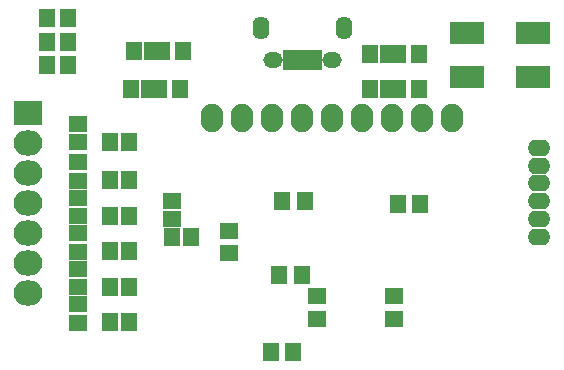
<source format=gbr>
G04 #@! TF.GenerationSoftware,KiCad,Pcbnew,(5.0.0)*
G04 #@! TF.CreationDate,2019-03-01T17:45:54+09:00*
G04 #@! TF.ProjectId,Lipo_Alarm,4C69706F5F416C61726D2E6B69636164,rev?*
G04 #@! TF.SameCoordinates,Original*
G04 #@! TF.FileFunction,Soldermask,Bot*
G04 #@! TF.FilePolarity,Negative*
%FSLAX46Y46*%
G04 Gerber Fmt 4.6, Leading zero omitted, Abs format (unit mm)*
G04 Created by KiCad (PCBNEW (5.0.0)) date 03/01/19 17:45:54*
%MOMM*%
%LPD*%
G01*
G04 APERTURE LIST*
%ADD10R,1.400000X1.600000*%
%ADD11R,1.600000X1.400000*%
%ADD12O,1.924000X1.400000*%
%ADD13R,3.000000X1.900000*%
%ADD14O,1.900000X2.400000*%
%ADD15O,2.432000X2.127200*%
%ADD16R,2.432000X2.127200*%
%ADD17O,1.400000X1.950000*%
%ADD18O,1.650000X1.350000*%
%ADD19R,0.800000X1.750000*%
G04 APERTURE END LIST*
D10*
G04 #@! TO.C,C2*
X134700000Y-102750000D03*
X132820000Y-102750000D03*
G04 #@! TD*
D11*
G04 #@! TO.C,C4*
X136750000Y-99950000D03*
X136750000Y-98070000D03*
G04 #@! TD*
G04 #@! TO.C,C5*
X143250000Y-98070000D03*
X143250000Y-99950000D03*
G04 #@! TD*
D10*
G04 #@! TO.C,C6*
X145450000Y-90250000D03*
X143570000Y-90250000D03*
G04 #@! TD*
G04 #@! TO.C,C8*
X135680000Y-90000000D03*
X133800000Y-90000000D03*
G04 #@! TD*
G04 #@! TO.C,C10*
X133550000Y-96250000D03*
X135430000Y-96250000D03*
G04 #@! TD*
G04 #@! TO.C,D8*
X145380000Y-80500000D03*
X143620000Y-80500000D03*
G04 #@! TD*
G04 #@! TO.C,D9*
X123370000Y-80500000D03*
X125130000Y-80500000D03*
G04 #@! TD*
G04 #@! TO.C,D10*
X125380000Y-77250000D03*
X123620000Y-77250000D03*
G04 #@! TD*
D12*
G04 #@! TO.C,P1*
X155500000Y-85500000D03*
X155500000Y-87000000D03*
X155500000Y-88500000D03*
X155500000Y-90000000D03*
X155500000Y-91500000D03*
X155500000Y-93000000D03*
G04 #@! TD*
D11*
G04 #@! TO.C,R3*
X116500000Y-83470000D03*
X116500000Y-85030000D03*
G04 #@! TD*
D10*
G04 #@! TO.C,R4*
X120780000Y-85000000D03*
X119220000Y-85000000D03*
G04 #@! TD*
D11*
G04 #@! TO.C,R7*
X116500000Y-86720000D03*
X116500000Y-88280000D03*
G04 #@! TD*
D10*
G04 #@! TO.C,R8*
X120780000Y-88250000D03*
X119220000Y-88250000D03*
G04 #@! TD*
D11*
G04 #@! TO.C,R10*
X116500000Y-91280000D03*
X116500000Y-89720000D03*
G04 #@! TD*
D10*
G04 #@! TO.C,R11*
X119220000Y-91250000D03*
X120780000Y-91250000D03*
G04 #@! TD*
D11*
G04 #@! TO.C,R12*
X116500000Y-94280000D03*
X116500000Y-92720000D03*
G04 #@! TD*
D10*
G04 #@! TO.C,R13*
X119220000Y-94250000D03*
X120780000Y-94250000D03*
G04 #@! TD*
G04 #@! TO.C,R16*
X120970000Y-80500000D03*
X122530000Y-80500000D03*
G04 #@! TD*
G04 #@! TO.C,R17*
X122780000Y-77250000D03*
X121220000Y-77250000D03*
G04 #@! TD*
D11*
G04 #@! TO.C,R18*
X116500000Y-95720000D03*
X116500000Y-97280000D03*
G04 #@! TD*
D10*
G04 #@! TO.C,R19*
X120780000Y-97250000D03*
X119220000Y-97250000D03*
G04 #@! TD*
G04 #@! TO.C,R20*
X142780000Y-80500000D03*
X141220000Y-80500000D03*
G04 #@! TD*
D11*
G04 #@! TO.C,R21*
X116500000Y-100280000D03*
X116500000Y-98720000D03*
G04 #@! TD*
D10*
G04 #@! TO.C,R22*
X120780000Y-100250000D03*
X119220000Y-100250000D03*
G04 #@! TD*
D13*
G04 #@! TO.C,SW2*
X155050000Y-75750000D03*
X149450000Y-75750000D03*
G04 #@! TD*
G04 #@! TO.C,SW3*
X149450000Y-79500000D03*
X155050000Y-79500000D03*
G04 #@! TD*
D14*
G04 #@! TO.C,U2*
X148160000Y-82965000D03*
X145620000Y-82965000D03*
X143080000Y-82965000D03*
X140540000Y-82965000D03*
X138000000Y-82965000D03*
X135460000Y-82965000D03*
X132920000Y-82965000D03*
X130380000Y-82965000D03*
X127840000Y-82965000D03*
G04 #@! TD*
D11*
G04 #@! TO.C,C15*
X129250000Y-92550000D03*
X129250000Y-94430000D03*
G04 #@! TD*
D10*
G04 #@! TO.C,D12*
X145380000Y-77500000D03*
X143620000Y-77500000D03*
G04 #@! TD*
D11*
G04 #@! TO.C,R23*
X124500000Y-91530000D03*
X124500000Y-89970000D03*
G04 #@! TD*
D10*
G04 #@! TO.C,R25*
X124470000Y-93000000D03*
X126030000Y-93000000D03*
G04 #@! TD*
G04 #@! TO.C,R26*
X142780000Y-77500000D03*
X141220000Y-77500000D03*
G04 #@! TD*
D15*
G04 #@! TO.C,P2*
X112250000Y-97740000D03*
X112250000Y-95200000D03*
X112250000Y-92660000D03*
X112250000Y-90120000D03*
X112250000Y-87580000D03*
X112250000Y-85040000D03*
D16*
X112250000Y-82500000D03*
G04 #@! TD*
D10*
G04 #@! TO.C,D13*
X115630000Y-74500000D03*
X113870000Y-74500000D03*
G04 #@! TD*
G04 #@! TO.C,D14*
X113870000Y-76500000D03*
X115630000Y-76500000D03*
G04 #@! TD*
G04 #@! TO.C,D15*
X113870000Y-78500000D03*
X115630000Y-78500000D03*
G04 #@! TD*
D17*
G04 #@! TO.C,P3*
X138999100Y-75362540D03*
X131999100Y-75362540D03*
D18*
X137999100Y-78062540D03*
X132999100Y-78062540D03*
D19*
X136799100Y-78062540D03*
X136149100Y-78062540D03*
X135499100Y-78062540D03*
X134849100Y-78062540D03*
X134199100Y-78062540D03*
G04 #@! TD*
M02*

</source>
